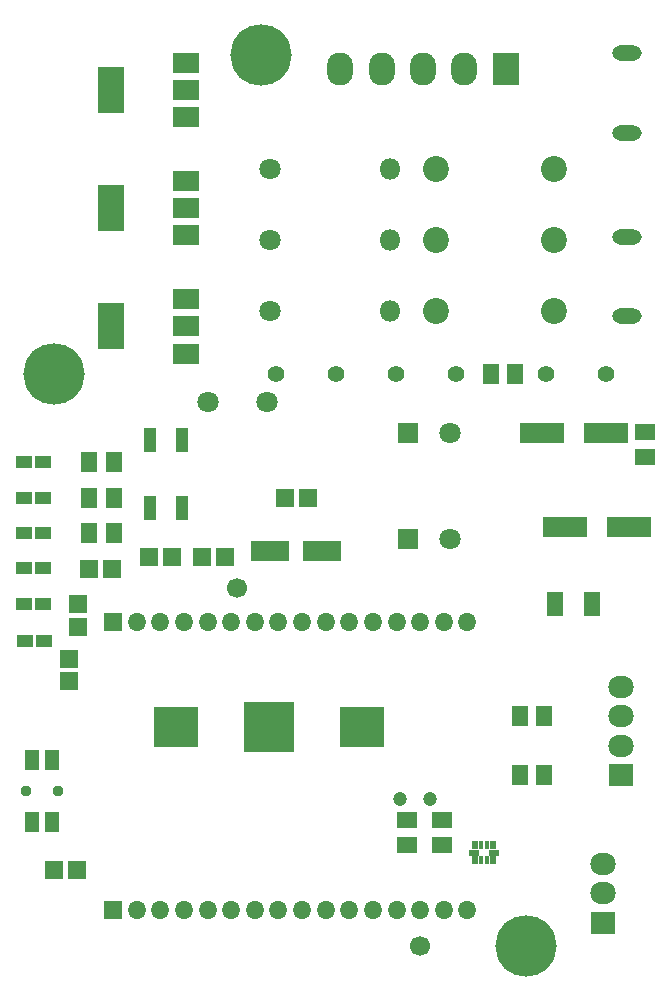
<source format=gbr>
G04 #@! TF.GenerationSoftware,KiCad,Pcbnew,5.0.0-rc2-unknown-bfa8903~65~ubuntu16.04.1*
G04 #@! TF.CreationDate,2018-06-03T14:39:05-05:00*
G04 #@! TF.ProjectId,omega-dock-new,6F6D6567612D646F636B2D6E65772E6B,rev?*
G04 #@! TF.SameCoordinates,Original*
G04 #@! TF.FileFunction,Soldermask,Top*
G04 #@! TF.FilePolarity,Negative*
%FSLAX46Y46*%
G04 Gerber Fmt 4.6, Leading zero omitted, Abs format (unit mm)*
G04 Created by KiCad (PCBNEW 5.0.0-rc2-unknown-bfa8903~65~ubuntu16.04.1) date Sun Jun  3 14:39:05 2018*
%MOMM*%
%LPD*%
G01*
G04 APERTURE LIST*
%ADD10R,1.800000X1.800000*%
%ADD11C,1.800000*%
%ADD12R,1.345000X1.700000*%
%ADD13R,3.700000X1.800000*%
%ADD14C,2.200000*%
%ADD15C,1.400000*%
%ADD16R,2.200000X1.700000*%
%ADD17R,2.200000X4.000000*%
%ADD18R,1.700000X1.345000*%
%ADD19O,1.800000X1.800000*%
%ADD20R,1.445000X2.000000*%
%ADD21O,1.550000X1.550000*%
%ADD22R,1.550000X1.550000*%
%ADD23R,0.500000X0.780000*%
%ADD24R,0.450000X0.780000*%
%ADD25R,0.830000X0.550000*%
%ADD26R,2.150000X1.900000*%
%ADD27O,2.150000X1.900000*%
%ADD28R,3.700000X3.500000*%
%ADD29R,4.200000X4.200000*%
%ADD30C,1.200000*%
%ADD31R,1.420000X1.070000*%
%ADD32R,1.495000X1.600000*%
%ADD33R,3.200000X1.800000*%
%ADD34R,1.000000X2.000000*%
%ADD35C,1.000000*%
%ADD36C,5.200000*%
%ADD37R,1.600000X1.495000*%
%ADD38R,1.200000X1.750000*%
%ADD39C,0.950000*%
%ADD40C,1.700000*%
%ADD41R,2.200000X2.800000*%
%ADD42O,2.200000X2.800000*%
%ADD43O,2.500000X1.300000*%
G04 APERTURE END LIST*
D10*
G04 #@! TO.C,C6*
X146000000Y-94000000D03*
D11*
X149500000Y-94000000D03*
G04 #@! TD*
D12*
G04 #@! TO.C,C8*
X152957500Y-89000000D03*
X155042500Y-89000000D03*
G04 #@! TD*
D13*
G04 #@! TO.C,C10*
X162700000Y-94000000D03*
X157300000Y-94000000D03*
G04 #@! TD*
D14*
G04 #@! TO.C,C13*
X148321244Y-83703214D03*
X158321244Y-83703214D03*
G04 #@! TD*
G04 #@! TO.C,C14*
X148321244Y-77703214D03*
X158321244Y-77703214D03*
G04 #@! TD*
D11*
G04 #@! TO.C,RV1*
X134000000Y-91430000D03*
X129000000Y-91430000D03*
G04 #@! TD*
D15*
G04 #@! TO.C,U4*
X134760000Y-89000000D03*
X139840000Y-89000000D03*
X144920000Y-89000000D03*
X150000000Y-89000000D03*
X157620000Y-89000000D03*
X162700000Y-89000000D03*
G04 #@! TD*
D16*
G04 #@! TO.C,U8*
X127150000Y-87300000D03*
X127150000Y-82700000D03*
X127150000Y-85000000D03*
D17*
X120850000Y-85000000D03*
G04 #@! TD*
G04 #@! TO.C,U9*
X120850000Y-75000000D03*
D16*
X127150000Y-75000000D03*
X127150000Y-72700000D03*
X127150000Y-77300000D03*
G04 #@! TD*
D17*
G04 #@! TO.C,U10*
X120850000Y-65000000D03*
D16*
X127150000Y-65000000D03*
X127150000Y-62700000D03*
X127150000Y-67300000D03*
G04 #@! TD*
D10*
G04 #@! TO.C,C5*
X146000000Y-103000000D03*
D11*
X149500000Y-103000000D03*
G04 #@! TD*
D14*
G04 #@! TO.C,C15*
X148321244Y-71703214D03*
X158321244Y-71703214D03*
G04 #@! TD*
D18*
G04 #@! TO.C,L3*
X166000000Y-93957500D03*
X166000000Y-96042500D03*
G04 #@! TD*
D12*
G04 #@! TO.C,R1*
X121042500Y-102500000D03*
X118957500Y-102500000D03*
G04 #@! TD*
G04 #@! TO.C,R2*
X119000000Y-99500000D03*
X121085000Y-99500000D03*
G04 #@! TD*
G04 #@! TO.C,R3*
X118957500Y-96500000D03*
X121042500Y-96500000D03*
G04 #@! TD*
D19*
G04 #@! TO.C,R16*
X144481244Y-83703214D03*
D11*
X134321244Y-83703214D03*
G04 #@! TD*
G04 #@! TO.C,R17*
X134321244Y-77703214D03*
D19*
X144481244Y-77703214D03*
G04 #@! TD*
D11*
G04 #@! TO.C,R18*
X134321244Y-71703214D03*
D19*
X144481244Y-71703214D03*
G04 #@! TD*
D13*
G04 #@! TO.C,C11*
X164700000Y-102000000D03*
X159300000Y-102000000D03*
G04 #@! TD*
D20*
G04 #@! TO.C,C12*
X161592500Y-108500000D03*
X158407500Y-108500000D03*
G04 #@! TD*
D21*
G04 #@! TO.C,U2*
X151000000Y-134400000D03*
X149000000Y-134400000D03*
X147000000Y-134400000D03*
X145000000Y-134400000D03*
X143000000Y-134400000D03*
X141000000Y-134400000D03*
X139000000Y-134400000D03*
X137000000Y-134400000D03*
X135000000Y-134400000D03*
X133000000Y-134400000D03*
X131000000Y-134400000D03*
X129000000Y-134400000D03*
X127000000Y-134400000D03*
X125000000Y-134400000D03*
X123000000Y-134400000D03*
D22*
X121000000Y-134400000D03*
X121000000Y-110000000D03*
D21*
X123000000Y-110000000D03*
X125000000Y-110000000D03*
X127000000Y-110000000D03*
X129000000Y-110000000D03*
X131000000Y-110000000D03*
X133000000Y-110000000D03*
X135000000Y-110000000D03*
X137000000Y-110000000D03*
X139000000Y-110000000D03*
X141000000Y-110000000D03*
X143000000Y-110000000D03*
X145000000Y-110000000D03*
X147000000Y-110000000D03*
X149000000Y-110000000D03*
X151000000Y-110000000D03*
G04 #@! TD*
D18*
G04 #@! TO.C,R4*
X148870000Y-128892500D03*
X148870000Y-126807500D03*
G04 #@! TD*
G04 #@! TO.C,R5*
X145850000Y-126827500D03*
X145850000Y-128912500D03*
G04 #@! TD*
D23*
G04 #@! TO.C,U11*
X151650000Y-128940000D03*
D24*
X152150000Y-128940000D03*
X152650000Y-128940000D03*
D23*
X153150000Y-128940000D03*
X153150000Y-130220000D03*
D24*
X152650000Y-130220000D03*
X152150000Y-130220000D03*
D23*
X151650000Y-130220000D03*
D25*
X151540000Y-129580000D03*
X153260000Y-129580000D03*
G04 #@! TD*
D12*
G04 #@! TO.C,R6*
X157500000Y-118000000D03*
X155415000Y-118000000D03*
G04 #@! TD*
G04 #@! TO.C,R7*
X155415000Y-123000000D03*
X157500000Y-123000000D03*
G04 #@! TD*
D26*
G04 #@! TO.C,J2*
X164000000Y-123000000D03*
D27*
X164000000Y-120500000D03*
X164000000Y-118000000D03*
X164000000Y-115500000D03*
G04 #@! TD*
D28*
G04 #@! TO.C,BT1*
X126310000Y-118910000D03*
X142110000Y-118910000D03*
D29*
X134210000Y-118910000D03*
G04 #@! TD*
D30*
G04 #@! TO.C,Y1*
X147820000Y-125050000D03*
X145280000Y-125050000D03*
G04 #@! TD*
D31*
G04 #@! TO.C,D6*
X113490000Y-105490000D03*
X115090000Y-105490000D03*
G04 #@! TD*
D32*
G04 #@! TO.C,R22*
X120935000Y-105500000D03*
X119000000Y-105500000D03*
G04 #@! TD*
D31*
G04 #@! TO.C,D1*
X115100000Y-102500000D03*
X113500000Y-102500000D03*
G04 #@! TD*
G04 #@! TO.C,D2*
X113500000Y-99500000D03*
X115100000Y-99500000D03*
G04 #@! TD*
G04 #@! TO.C,D3*
X115100000Y-96500000D03*
X113500000Y-96500000D03*
G04 #@! TD*
D32*
G04 #@! TO.C,R19*
X124032500Y-104500000D03*
X125967500Y-104500000D03*
G04 #@! TD*
D33*
G04 #@! TO.C,C1*
X134300000Y-104000000D03*
X138700000Y-104000000D03*
G04 #@! TD*
D34*
G04 #@! TO.C,D5*
X126835000Y-94650000D03*
X124165000Y-94650000D03*
X124165000Y-100350000D03*
X126835000Y-100350000D03*
G04 #@! TD*
D32*
G04 #@! TO.C,R20*
X128565000Y-104500000D03*
X130500000Y-104500000D03*
G04 #@! TD*
G04 #@! TO.C,R21*
X137500000Y-99500000D03*
X135565000Y-99500000D03*
G04 #@! TD*
D35*
G04 #@! TO.C,REF\002A\002A*
X117325825Y-87674175D03*
X116000000Y-87125000D03*
X114674175Y-87674175D03*
X114125000Y-89000000D03*
X114674175Y-90325825D03*
X116000000Y-90875000D03*
X117325825Y-90325825D03*
X117875000Y-89000000D03*
D36*
X116000000Y-89000000D03*
G04 #@! TD*
D35*
G04 #@! TO.C,REF\002A\002A*
X134825825Y-60674175D03*
X133500000Y-60125000D03*
X132174175Y-60674175D03*
X131625000Y-62000000D03*
X132174175Y-63325825D03*
X133500000Y-63875000D03*
X134825825Y-63325825D03*
X135375000Y-62000000D03*
D36*
X133500000Y-62000000D03*
G04 #@! TD*
D35*
G04 #@! TO.C,REF\002A\002A*
X157325825Y-136174175D03*
X156000000Y-135625000D03*
X154674175Y-136174175D03*
X154125000Y-137500000D03*
X154674175Y-138825825D03*
X156000000Y-139375000D03*
X157325825Y-138825825D03*
X157875000Y-137500000D03*
D36*
X156000000Y-137500000D03*
G04 #@! TD*
D31*
G04 #@! TO.C,D4*
X113490000Y-108520000D03*
X115090000Y-108520000D03*
G04 #@! TD*
D37*
G04 #@! TO.C,R8*
X118000000Y-110467500D03*
X118000000Y-108532500D03*
G04 #@! TD*
D32*
G04 #@! TO.C,R23*
X116000000Y-131000000D03*
X117935000Y-131000000D03*
G04 #@! TD*
D38*
G04 #@! TO.C,SW1*
X115850000Y-121732500D03*
X115850000Y-126982500D03*
X114150000Y-126982500D03*
X114150000Y-121732500D03*
D39*
X116375000Y-124357500D03*
X113625000Y-124357500D03*
G04 #@! TD*
D31*
G04 #@! TO.C,D7*
X113525000Y-111600000D03*
X115125000Y-111600000D03*
G04 #@! TD*
D37*
G04 #@! TO.C,R24*
X117300000Y-115060000D03*
X117300000Y-113125000D03*
G04 #@! TD*
D40*
G04 #@! TO.C,GPIO*
X147000000Y-137500000D03*
G04 #@! TD*
G04 #@! TO.C,VT*
X131500000Y-107140000D03*
G04 #@! TD*
D41*
G04 #@! TO.C,P1*
X154250000Y-63250000D03*
D42*
X150750000Y-63250000D03*
X147250000Y-63250000D03*
X143750000Y-63250000D03*
X140250000Y-63250000D03*
G04 #@! TD*
D26*
G04 #@! TO.C,J1*
X162480000Y-135490000D03*
D27*
X162480000Y-132990000D03*
X162480000Y-130490000D03*
G04 #@! TD*
D43*
G04 #@! TO.C,F1*
X164500000Y-84143000D03*
X164500000Y-77412000D03*
X164500000Y-68588000D03*
X164500000Y-61857000D03*
G04 #@! TD*
M02*

</source>
